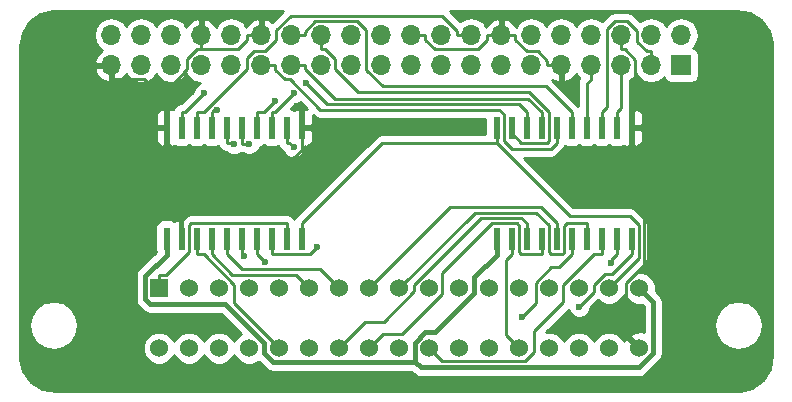
<source format=gbl>
G04 #@! TF.FileFunction,Copper,L2,Bot,Signal*
%FSLAX46Y46*%
G04 Gerber Fmt 4.6, Leading zero omitted, Abs format (unit mm)*
G04 Created by KiCad (PCBNEW 4.0.7) date 03/27/18 21:51:39*
%MOMM*%
%LPD*%
G01*
G04 APERTURE LIST*
%ADD10C,0.100000*%
%ADD11R,1.524000X1.524000*%
%ADD12C,1.524000*%
%ADD13R,0.600000X1.950000*%
%ADD14R,1.700000X1.700000*%
%ADD15O,1.700000X1.700000*%
%ADD16C,0.600000*%
%ADD17C,0.400000*%
%ADD18C,0.250000*%
%ADD19C,0.254000*%
G04 APERTURE END LIST*
D10*
D11*
X133350000Y-111760000D03*
D12*
X133350000Y-116840000D03*
X135890000Y-111760000D03*
X135890000Y-116840000D03*
X138430000Y-111760000D03*
X138430000Y-116840000D03*
X140970000Y-111760000D03*
X140970000Y-116840000D03*
X143510000Y-111760000D03*
X143510000Y-116840000D03*
X146050000Y-111760000D03*
X146050000Y-116840000D03*
X148590000Y-111760000D03*
X148590000Y-116840000D03*
X151130000Y-111760000D03*
X151130000Y-116840000D03*
X153670000Y-111760000D03*
X153670000Y-116840000D03*
X156210000Y-111760000D03*
X156210000Y-116840000D03*
X158750000Y-111760000D03*
X158750000Y-116840000D03*
X161290000Y-111760000D03*
X161290000Y-116840000D03*
X163830000Y-111760000D03*
X163830000Y-116840000D03*
X166370000Y-111760000D03*
X166370000Y-116840000D03*
X168910000Y-111760000D03*
X168910000Y-116840000D03*
X171450000Y-111760000D03*
X171450000Y-116840000D03*
X173990000Y-111760000D03*
X173990000Y-116840000D03*
D13*
X133985000Y-98170000D03*
X135255000Y-98170000D03*
X136525000Y-98170000D03*
X137795000Y-98170000D03*
X139065000Y-98170000D03*
X140335000Y-98170000D03*
X141605000Y-98170000D03*
X142875000Y-98170000D03*
X144145000Y-98170000D03*
X145415000Y-98170000D03*
X145415000Y-107570000D03*
X144145000Y-107570000D03*
X142875000Y-107570000D03*
X141605000Y-107570000D03*
X140335000Y-107570000D03*
X139065000Y-107570000D03*
X137795000Y-107570000D03*
X136525000Y-107570000D03*
X135255000Y-107570000D03*
X133985000Y-107570000D03*
X161925000Y-98170000D03*
X163195000Y-98170000D03*
X164465000Y-98170000D03*
X165735000Y-98170000D03*
X167005000Y-98170000D03*
X168275000Y-98170000D03*
X169545000Y-98170000D03*
X170815000Y-98170000D03*
X172085000Y-98170000D03*
X173355000Y-98170000D03*
X173355000Y-107570000D03*
X172085000Y-107570000D03*
X170815000Y-107570000D03*
X169545000Y-107570000D03*
X168275000Y-107570000D03*
X167005000Y-107570000D03*
X165735000Y-107570000D03*
X164465000Y-107570000D03*
X163195000Y-107570000D03*
X161925000Y-107570000D03*
D14*
X177546000Y-92887800D03*
D15*
X177546000Y-90347800D03*
X175006000Y-92887800D03*
X175006000Y-90347800D03*
X172466000Y-92887800D03*
X172466000Y-90347800D03*
X169926000Y-92887800D03*
X169926000Y-90347800D03*
X167386000Y-92887800D03*
X167386000Y-90347800D03*
X164846000Y-92887800D03*
X164846000Y-90347800D03*
X162306000Y-92887800D03*
X162306000Y-90347800D03*
X159766000Y-92887800D03*
X159766000Y-90347800D03*
X157226000Y-92887800D03*
X157226000Y-90347800D03*
X154686000Y-92887800D03*
X154686000Y-90347800D03*
X152146000Y-92887800D03*
X152146000Y-90347800D03*
X149606000Y-92887800D03*
X149606000Y-90347800D03*
X147066000Y-92887800D03*
X147066000Y-90347800D03*
X144526000Y-92887800D03*
X144526000Y-90347800D03*
X141986000Y-92887800D03*
X141986000Y-90347800D03*
X139446000Y-92887800D03*
X139446000Y-90347800D03*
X136906000Y-92887800D03*
X136906000Y-90347800D03*
X134366000Y-92887800D03*
X134366000Y-90347800D03*
X131826000Y-92887800D03*
X131826000Y-90347800D03*
X129286000Y-92887800D03*
X129286000Y-90347800D03*
D16*
X144736000Y-99830000D03*
X139709600Y-99570200D03*
X143174400Y-95905100D03*
X138245200Y-96677500D03*
X137143700Y-95258700D03*
X140978300Y-99539600D03*
X145766000Y-94396900D03*
X171614400Y-109655300D03*
X168920000Y-113328500D03*
X140576500Y-109056000D03*
X146735800Y-108241700D03*
X164075400Y-114224100D03*
X142284500Y-109549800D03*
X144751400Y-95276000D03*
D17*
X133985000Y-107570000D02*
X133985000Y-108945300D01*
X161925000Y-107570000D02*
X161925000Y-108945300D01*
X132187600Y-110742700D02*
X133985000Y-108945300D01*
X132187600Y-112706300D02*
X132187600Y-110742700D01*
X132604900Y-113123600D02*
X132187600Y-112706300D01*
X138933400Y-113123600D02*
X132604900Y-113123600D01*
X142240000Y-116430200D02*
X138933400Y-113123600D01*
X142240000Y-117250400D02*
X142240000Y-116430200D01*
X142996700Y-118007100D02*
X142240000Y-117250400D01*
X155011500Y-118007100D02*
X142996700Y-118007100D01*
X155011500Y-116382500D02*
X155011500Y-118007100D01*
X155889700Y-115504300D02*
X155011500Y-116382500D01*
X156686600Y-115504300D02*
X155889700Y-115504300D01*
X160020000Y-112170900D02*
X156686600Y-115504300D01*
X160020000Y-110850300D02*
X160020000Y-112170900D01*
X161925000Y-108945300D02*
X160020000Y-110850300D01*
X175195300Y-112965300D02*
X173990000Y-111760000D01*
X175195300Y-117287800D02*
X175195300Y-112965300D01*
X174008100Y-118475000D02*
X175195300Y-117287800D01*
X155479400Y-118475000D02*
X174008100Y-118475000D01*
X155011500Y-118007100D02*
X155479400Y-118475000D01*
D18*
X171290600Y-96394100D02*
X170815000Y-96869700D01*
X171290600Y-89794500D02*
X171290600Y-96394100D01*
X171925600Y-89159500D02*
X171290600Y-89794500D01*
X172995800Y-89159500D02*
X171925600Y-89159500D01*
X173830700Y-89994400D02*
X172995800Y-89159500D01*
X173830700Y-90904600D02*
X173830700Y-89994400D01*
X174638600Y-91712500D02*
X173830700Y-90904600D01*
X175006000Y-91712500D02*
X174638600Y-91712500D01*
X175006000Y-92887800D02*
X175006000Y-91712500D01*
X170815000Y-98170000D02*
X170815000Y-96869700D01*
X172466000Y-96488700D02*
X172085000Y-96869700D01*
X172466000Y-92887800D02*
X172466000Y-96488700D01*
X172085000Y-98170000D02*
X172085000Y-96869700D01*
X174432800Y-100548100D02*
X173355000Y-99470300D01*
X174432800Y-109768700D02*
X174432800Y-100548100D01*
X172874400Y-111327100D02*
X174432800Y-109768700D01*
X172874400Y-115724400D02*
X172874400Y-111327100D01*
X173990000Y-116840000D02*
X172874400Y-115724400D01*
X173355000Y-98170000D02*
X173355000Y-99470300D01*
X166210700Y-92520400D02*
X166210700Y-92887800D01*
X165402800Y-91712500D02*
X166210700Y-92520400D01*
X164478600Y-91712500D02*
X165402800Y-91712500D01*
X163481300Y-90715200D02*
X164478600Y-91712500D01*
X163481300Y-90347800D02*
X163481300Y-90715200D01*
X162306000Y-90347800D02*
X163481300Y-90347800D01*
X167386000Y-92887800D02*
X166210700Y-92887800D01*
X173664000Y-96560700D02*
X173355000Y-96869700D01*
X173664000Y-92418200D02*
X173664000Y-96560700D01*
X172768900Y-91523100D02*
X173664000Y-92418200D01*
X172466000Y-91523100D02*
X172768900Y-91523100D01*
X172466000Y-90347800D02*
X172466000Y-91523100D01*
X173355000Y-98170000D02*
X173355000Y-96869700D01*
X129286000Y-92887800D02*
X129286000Y-94063100D01*
X133985000Y-97519800D02*
X133985000Y-96869700D01*
X161130700Y-90715200D02*
X161130700Y-90347800D01*
X160322800Y-91523100D02*
X161130700Y-90715200D01*
X156669300Y-91523100D02*
X160322800Y-91523100D01*
X155861300Y-90715100D02*
X156669300Y-91523100D01*
X155861300Y-90347800D02*
X155861300Y-90715100D01*
X154686000Y-90347800D02*
X155861300Y-90347800D01*
X162306000Y-90347800D02*
X161130700Y-90347800D01*
X133985000Y-97519800D02*
X133985000Y-98170000D01*
X133985000Y-98170000D02*
X133985000Y-99470300D01*
X145415000Y-98170000D02*
X145415000Y-99470300D01*
X133985000Y-99470300D02*
X135255000Y-100740300D01*
X135255000Y-100740300D02*
X135255000Y-107570000D01*
X145415000Y-100035400D02*
X145415000Y-99470300D01*
X144710100Y-100740300D02*
X145415000Y-100035400D01*
X135255000Y-100740300D02*
X144710100Y-100740300D01*
X136906000Y-90347800D02*
X136906000Y-91523100D01*
X133473000Y-96357700D02*
X133985000Y-96869700D01*
X133473000Y-95466400D02*
X133473000Y-96357700D01*
X132069700Y-94063100D02*
X133473000Y-95466400D01*
X129286000Y-94063100D02*
X132069700Y-94063100D01*
X136538600Y-91523100D02*
X136906000Y-91523100D01*
X135730700Y-92331000D02*
X136538600Y-91523100D01*
X135730700Y-93208700D02*
X135730700Y-92331000D01*
X133473000Y-95466400D02*
X135730700Y-93208700D01*
X140810700Y-90715200D02*
X140810700Y-90347800D01*
X140002800Y-91523100D02*
X140810700Y-90715200D01*
X136906000Y-91523100D02*
X140002800Y-91523100D01*
X141986000Y-90347800D02*
X140810700Y-90347800D01*
X169545000Y-94444100D02*
X169545000Y-98170000D01*
X169926000Y-94063100D02*
X169545000Y-94444100D01*
X169926000Y-92887800D02*
X169926000Y-94063100D01*
X144376300Y-99470300D02*
X144145000Y-99470300D01*
X144736000Y-99830000D02*
X144376300Y-99470300D01*
X144145000Y-98170000D02*
X144145000Y-99470300D01*
X139609700Y-99470300D02*
X139709600Y-99570200D01*
X139065000Y-99470300D02*
X139609700Y-99470300D01*
X139065000Y-98170000D02*
X139065000Y-99470300D01*
X142209800Y-96869700D02*
X143174400Y-95905100D01*
X141605000Y-96869700D02*
X142209800Y-96869700D01*
X141605000Y-98170000D02*
X141605000Y-96869700D01*
X137795000Y-98170000D02*
X137795000Y-96869700D01*
X137987200Y-96677500D02*
X138245200Y-96677500D01*
X137795000Y-96869700D02*
X137987200Y-96677500D01*
X137137200Y-96869700D02*
X136525000Y-96869700D01*
X140801700Y-93205200D02*
X137137200Y-96869700D01*
X140801700Y-92312500D02*
X140801700Y-93205200D01*
X141401800Y-91712400D02*
X140801700Y-92312500D01*
X142283700Y-91712400D02*
X141401800Y-91712400D01*
X143256000Y-90740100D02*
X142283700Y-91712400D01*
X143256000Y-89942300D02*
X143256000Y-90740100D01*
X144493700Y-88704600D02*
X143256000Y-89942300D01*
X157314800Y-88704600D02*
X144493700Y-88704600D01*
X158590700Y-89980500D02*
X157314800Y-88704600D01*
X158590700Y-90347800D02*
X158590700Y-89980500D01*
X159766000Y-90347800D02*
X158590700Y-90347800D01*
X136525000Y-98170000D02*
X136525000Y-96869700D01*
X135532700Y-96869700D02*
X137143700Y-95258700D01*
X135255000Y-96869700D02*
X135532700Y-96869700D01*
X135255000Y-98170000D02*
X135255000Y-96869700D01*
X140335000Y-98170000D02*
X140335000Y-99470300D01*
X140404300Y-99539600D02*
X140978300Y-99539600D01*
X140335000Y-99470300D02*
X140404300Y-99539600D01*
X163195000Y-98661800D02*
X163195000Y-98170000D01*
X164003500Y-99470300D02*
X163195000Y-98661800D01*
X166169900Y-99470300D02*
X164003500Y-99470300D01*
X166360400Y-99279800D02*
X166169900Y-99470300D01*
X166360400Y-96811100D02*
X166360400Y-99279800D01*
X164680600Y-95131300D02*
X166360400Y-96811100D01*
X150184800Y-95131300D02*
X164680600Y-95131300D01*
X148241300Y-93187800D02*
X150184800Y-95131300D01*
X148241300Y-92331000D02*
X148241300Y-93187800D01*
X147433400Y-91523100D02*
X148241300Y-92331000D01*
X147066000Y-91523100D02*
X147433400Y-91523100D01*
X147066000Y-90347800D02*
X147066000Y-91523100D01*
X144526000Y-92887800D02*
X145701300Y-92887800D01*
X165735000Y-98170000D02*
X165735000Y-96869700D01*
X145701300Y-93209300D02*
X145701300Y-92887800D01*
X148235900Y-95743900D02*
X145701300Y-93209300D01*
X164609200Y-95743900D02*
X148235900Y-95743900D01*
X165735000Y-96869700D02*
X164609200Y-95743900D01*
X166086200Y-94680900D02*
X168275000Y-96869700D01*
X152270800Y-94680900D02*
X166086200Y-94680900D01*
X150876000Y-93286100D02*
X152270800Y-94680900D01*
X150876000Y-89918700D02*
X150876000Y-93286100D01*
X150112200Y-89154900D02*
X150876000Y-89918700D01*
X146583400Y-89154900D02*
X150112200Y-89154900D01*
X145701300Y-90037000D02*
X146583400Y-89154900D01*
X145701300Y-90347800D02*
X145701300Y-90037000D01*
X144526000Y-90347800D02*
X145701300Y-90347800D01*
X168275000Y-98170000D02*
X168275000Y-96869700D01*
X166514100Y-99961200D02*
X167005000Y-99470300D01*
X163229900Y-99961200D02*
X166514100Y-99961200D01*
X162550400Y-99281700D02*
X163229900Y-99961200D01*
X162550400Y-97050900D02*
X162550400Y-99281700D01*
X162144100Y-96644600D02*
X162550400Y-97050900D01*
X147004400Y-96644600D02*
X162144100Y-96644600D01*
X144422900Y-94063100D02*
X147004400Y-96644600D01*
X143969200Y-94063100D02*
X144422900Y-94063100D01*
X143161300Y-93255200D02*
X143969200Y-94063100D01*
X143161300Y-92887800D02*
X143161300Y-93255200D01*
X141986000Y-92887800D02*
X143161300Y-92887800D01*
X167005000Y-98170000D02*
X167005000Y-99470300D01*
X164465000Y-98170000D02*
X164465000Y-96869700D01*
X147563300Y-96194200D02*
X145766000Y-94396900D01*
X163789500Y-96194200D02*
X147563300Y-96194200D01*
X164465000Y-96869700D02*
X163789500Y-96194200D01*
X137795000Y-107570000D02*
X137795000Y-108870300D01*
X144915400Y-110625400D02*
X146050000Y-111760000D01*
X139550100Y-110625400D02*
X144915400Y-110625400D01*
X137795000Y-108870300D02*
X139550100Y-110625400D01*
X139065000Y-107570000D02*
X139065000Y-108870300D01*
X147005100Y-110175100D02*
X148590000Y-111760000D01*
X140369800Y-110175100D02*
X147005100Y-110175100D01*
X139065000Y-108870300D02*
X140369800Y-110175100D01*
X167005000Y-107570000D02*
X167005000Y-106269700D01*
X157971200Y-104918800D02*
X151130000Y-111760000D01*
X165654100Y-104918800D02*
X157971200Y-104918800D01*
X167005000Y-106269700D02*
X165654100Y-104918800D01*
X169545000Y-107570000D02*
X169545000Y-106269700D01*
X160060900Y-105369100D02*
X153670000Y-111760000D01*
X165296100Y-105369100D02*
X160060900Y-105369100D01*
X166368000Y-106441000D02*
X165296100Y-105369100D01*
X166368000Y-108717700D02*
X166368000Y-106441000D01*
X166520700Y-108870400D02*
X166368000Y-108717700D01*
X167508900Y-108870400D02*
X166520700Y-108870400D01*
X167638000Y-108741300D02*
X167508900Y-108870400D01*
X167638000Y-106471900D02*
X167638000Y-108741300D01*
X167840200Y-106269700D02*
X167638000Y-106471900D01*
X169545000Y-106269700D02*
X167840200Y-106269700D01*
X171614400Y-109340900D02*
X171614400Y-109655300D01*
X172085000Y-108870300D02*
X171614400Y-109340900D01*
X172085000Y-107570000D02*
X172085000Y-108870300D01*
X173355000Y-107570000D02*
X173355000Y-108870300D01*
X170180000Y-112068500D02*
X168920000Y-113328500D01*
X170180000Y-111462600D02*
X170180000Y-112068500D01*
X171100500Y-110542100D02*
X170180000Y-111462600D01*
X171683200Y-110542100D02*
X171100500Y-110542100D01*
X173355000Y-108870300D02*
X171683200Y-110542100D01*
X140390800Y-108870300D02*
X140576500Y-109056000D01*
X140335000Y-108870300D02*
X140390800Y-108870300D01*
X140335000Y-107570000D02*
X140335000Y-108870300D01*
X146107200Y-108870300D02*
X146735800Y-108241700D01*
X142875000Y-108870300D02*
X146107200Y-108870300D01*
X142875000Y-107570000D02*
X142875000Y-108870300D01*
X152214400Y-99470300D02*
X145415000Y-106269700D01*
X161925000Y-99470300D02*
X152214400Y-99470300D01*
X145415000Y-107570000D02*
X145415000Y-106269700D01*
X161925000Y-98170000D02*
X161925000Y-99357700D01*
X161925000Y-99357700D02*
X161925000Y-99470300D01*
X173980400Y-109229600D02*
X171450000Y-111760000D01*
X173980400Y-106410800D02*
X173980400Y-109229600D01*
X173212500Y-105642900D02*
X173980400Y-106410800D01*
X168097600Y-105642900D02*
X173212500Y-105642900D01*
X161925000Y-99470300D02*
X168097600Y-105642900D01*
X164465000Y-107570000D02*
X164465000Y-106269700D01*
X150792800Y-114637200D02*
X148590000Y-116840000D01*
X152346200Y-114637200D02*
X150792800Y-114637200D01*
X154940000Y-112043400D02*
X152346200Y-114637200D01*
X154940000Y-111460000D02*
X154940000Y-112043400D01*
X160580600Y-105819400D02*
X154940000Y-111460000D01*
X164014700Y-105819400D02*
X160580600Y-105819400D01*
X164465000Y-106269700D02*
X164014700Y-105819400D01*
X152343500Y-115626500D02*
X151130000Y-116840000D01*
X153938700Y-115626500D02*
X152343500Y-115626500D01*
X157297400Y-112267800D02*
X153938700Y-115626500D01*
X157297400Y-110462300D02*
X157297400Y-112267800D01*
X161490000Y-106269700D02*
X157297400Y-110462300D01*
X163649100Y-106269700D02*
X161490000Y-106269700D01*
X163839600Y-106460200D02*
X163649100Y-106269700D01*
X163839600Y-108737700D02*
X163839600Y-106460200D01*
X163972200Y-108870300D02*
X163839600Y-108737700D01*
X165735000Y-108870300D02*
X163972200Y-108870300D01*
X165735000Y-107570000D02*
X165735000Y-108870300D01*
X168275000Y-107570000D02*
X168275000Y-108870300D01*
X167169200Y-109976100D02*
X168275000Y-108870300D01*
X166567200Y-109976100D02*
X167169200Y-109976100D01*
X165237700Y-111305600D02*
X166567200Y-109976100D01*
X165237700Y-113061800D02*
X165237700Y-111305600D01*
X164075400Y-114224100D02*
X165237700Y-113061800D01*
X170815000Y-107570000D02*
X170815000Y-108870300D01*
X157306800Y-117936800D02*
X156210000Y-116840000D01*
X164319800Y-117936800D02*
X157306800Y-117936800D01*
X165100000Y-117156600D02*
X164319800Y-117936800D01*
X165100000Y-115412600D02*
X165100000Y-117156600D01*
X167558800Y-112953800D02*
X165100000Y-115412600D01*
X167558800Y-111501200D02*
X167558800Y-112953800D01*
X170189700Y-108870300D02*
X167558800Y-111501200D01*
X170815000Y-108870300D02*
X170189700Y-108870300D01*
X162719400Y-115729400D02*
X163830000Y-116840000D01*
X162719400Y-109345900D02*
X162719400Y-115729400D01*
X163195000Y-108870300D02*
X162719400Y-109345900D01*
X163195000Y-107570000D02*
X163195000Y-108870300D01*
X141605000Y-107570000D02*
X141605000Y-108870300D01*
X142284500Y-109549800D02*
X141605000Y-108870300D01*
X142875000Y-98170000D02*
X142875000Y-96869700D01*
X143157700Y-96869700D02*
X144751400Y-95276000D01*
X142875000Y-96869700D02*
X143157700Y-96869700D01*
X133893600Y-110672700D02*
X133350000Y-110672700D01*
X135899600Y-108666700D02*
X133893600Y-110672700D01*
X135899600Y-106418100D02*
X135899600Y-108666700D01*
X136048000Y-106269700D02*
X135899600Y-106418100D01*
X144145000Y-106269700D02*
X136048000Y-106269700D01*
X144145000Y-107570000D02*
X144145000Y-106269700D01*
X133350000Y-111760000D02*
X133350000Y-110672700D01*
X136525000Y-107570000D02*
X136525000Y-108870300D01*
X139700000Y-113030000D02*
X143510000Y-116840000D01*
X139700000Y-111461100D02*
X139700000Y-113030000D01*
X137109200Y-108870300D02*
X139700000Y-111461100D01*
X136525000Y-108870300D02*
X137109200Y-108870300D01*
D19*
G36*
X142906962Y-89216536D02*
X142752924Y-89076155D01*
X142342890Y-88906324D01*
X142113000Y-89027645D01*
X142113000Y-90220800D01*
X142133000Y-90220800D01*
X142133000Y-90474800D01*
X142113000Y-90474800D01*
X142113000Y-90494800D01*
X141859000Y-90494800D01*
X141859000Y-90474800D01*
X141839000Y-90474800D01*
X141839000Y-90220800D01*
X141859000Y-90220800D01*
X141859000Y-89027645D01*
X141629110Y-88906324D01*
X141219076Y-89076155D01*
X140790817Y-89466442D01*
X140723702Y-89609353D01*
X140496054Y-89268653D01*
X140014285Y-88946746D01*
X139446000Y-88833707D01*
X138877715Y-88946746D01*
X138395946Y-89268653D01*
X138168298Y-89609353D01*
X138101183Y-89466442D01*
X137672924Y-89076155D01*
X137262890Y-88906324D01*
X137033000Y-89027645D01*
X137033000Y-90220800D01*
X137053000Y-90220800D01*
X137053000Y-90474800D01*
X137033000Y-90474800D01*
X137033000Y-90494800D01*
X136779000Y-90494800D01*
X136779000Y-90474800D01*
X136759000Y-90474800D01*
X136759000Y-90220800D01*
X136779000Y-90220800D01*
X136779000Y-89027645D01*
X136549110Y-88906324D01*
X136139076Y-89076155D01*
X135710817Y-89466442D01*
X135643702Y-89609353D01*
X135416054Y-89268653D01*
X134934285Y-88946746D01*
X134366000Y-88833707D01*
X133797715Y-88946746D01*
X133315946Y-89268653D01*
X133096000Y-89597826D01*
X132876054Y-89268653D01*
X132394285Y-88946746D01*
X131826000Y-88833707D01*
X131257715Y-88946746D01*
X130775946Y-89268653D01*
X130556000Y-89597826D01*
X130336054Y-89268653D01*
X129854285Y-88946746D01*
X129286000Y-88833707D01*
X128717715Y-88946746D01*
X128235946Y-89268653D01*
X127914039Y-89750422D01*
X127801000Y-90318707D01*
X127801000Y-90376893D01*
X127914039Y-90945178D01*
X128235946Y-91426947D01*
X128519101Y-91616145D01*
X128519076Y-91616155D01*
X128090817Y-92006442D01*
X127844514Y-92530908D01*
X127965181Y-92760800D01*
X129159000Y-92760800D01*
X129159000Y-92740800D01*
X129413000Y-92740800D01*
X129413000Y-92760800D01*
X129433000Y-92760800D01*
X129433000Y-93014800D01*
X129413000Y-93014800D01*
X129413000Y-94207955D01*
X129642890Y-94329276D01*
X130052924Y-94159445D01*
X130481183Y-93769158D01*
X130548298Y-93626247D01*
X130775946Y-93966947D01*
X131257715Y-94288854D01*
X131826000Y-94401893D01*
X132394285Y-94288854D01*
X132876054Y-93966947D01*
X133096000Y-93637774D01*
X133315946Y-93966947D01*
X133797715Y-94288854D01*
X134366000Y-94401893D01*
X134934285Y-94288854D01*
X135416054Y-93966947D01*
X135636000Y-93637774D01*
X135855946Y-93966947D01*
X136337715Y-94288854D01*
X136813452Y-94383484D01*
X136614757Y-94465583D01*
X136351508Y-94728373D01*
X136208862Y-95071901D01*
X136208821Y-95118777D01*
X135208685Y-96118913D01*
X134964161Y-96167552D01*
X134717599Y-96332299D01*
X134552852Y-96578861D01*
X134545544Y-96615602D01*
X134411310Y-96560000D01*
X134270750Y-96560000D01*
X134112000Y-96718750D01*
X134112000Y-98043000D01*
X134132000Y-98043000D01*
X134132000Y-98297000D01*
X134112000Y-98297000D01*
X134112000Y-99621250D01*
X134270750Y-99780000D01*
X134411310Y-99780000D01*
X134628122Y-99690194D01*
X134703110Y-99741431D01*
X134955000Y-99792440D01*
X135555000Y-99792440D01*
X135790317Y-99748162D01*
X135889528Y-99684322D01*
X135973110Y-99741431D01*
X136225000Y-99792440D01*
X136825000Y-99792440D01*
X137060317Y-99748162D01*
X137159528Y-99684322D01*
X137243110Y-99741431D01*
X137495000Y-99792440D01*
X138095000Y-99792440D01*
X138330317Y-99748162D01*
X138356872Y-99731074D01*
X138362852Y-99761139D01*
X138527599Y-100007701D01*
X138774161Y-100172448D01*
X139043053Y-100225935D01*
X139179273Y-100362392D01*
X139522801Y-100505038D01*
X139894767Y-100505362D01*
X140238543Y-100363317D01*
X140319307Y-100282694D01*
X140404300Y-100299600D01*
X140415837Y-100299600D01*
X140447973Y-100331792D01*
X140791501Y-100474438D01*
X141163467Y-100474762D01*
X141507243Y-100332717D01*
X141770492Y-100069927D01*
X141885715Y-99792440D01*
X141905000Y-99792440D01*
X142140317Y-99748162D01*
X142239528Y-99684322D01*
X142323110Y-99741431D01*
X142575000Y-99792440D01*
X143175000Y-99792440D01*
X143410317Y-99748162D01*
X143436872Y-99731074D01*
X143442852Y-99761139D01*
X143607599Y-100007701D01*
X143854161Y-100172448D01*
X143866870Y-100174976D01*
X143942883Y-100358943D01*
X144205673Y-100622192D01*
X144549201Y-100764838D01*
X144921167Y-100765162D01*
X145264943Y-100623117D01*
X145528192Y-100360327D01*
X145670838Y-100016799D01*
X145671070Y-99750320D01*
X145700750Y-99780000D01*
X145841310Y-99780000D01*
X146074699Y-99683327D01*
X146253327Y-99504698D01*
X146350000Y-99271309D01*
X146350000Y-98455750D01*
X146191250Y-98297000D01*
X145542000Y-98297000D01*
X145542000Y-98317000D01*
X145288000Y-98317000D01*
X145288000Y-98297000D01*
X145268000Y-98297000D01*
X145268000Y-98043000D01*
X145288000Y-98043000D01*
X145288000Y-96718750D01*
X145129250Y-96560000D01*
X144988690Y-96560000D01*
X144771878Y-96649806D01*
X144696890Y-96598569D01*
X144536178Y-96566024D01*
X144891080Y-96211122D01*
X144936567Y-96211162D01*
X145280343Y-96069117D01*
X145317261Y-96032263D01*
X145847606Y-96562608D01*
X145841310Y-96560000D01*
X145700750Y-96560000D01*
X145542000Y-96718750D01*
X145542000Y-98043000D01*
X146191250Y-98043000D01*
X146350000Y-97884250D01*
X146350000Y-97068691D01*
X146347391Y-97062393D01*
X146466999Y-97182001D01*
X146713560Y-97346748D01*
X147004400Y-97404600D01*
X160977560Y-97404600D01*
X160977560Y-98710300D01*
X152214400Y-98710300D01*
X151923561Y-98768152D01*
X151676999Y-98932899D01*
X144877599Y-105732299D01*
X144780000Y-105878367D01*
X144682401Y-105732299D01*
X144435839Y-105567552D01*
X144145000Y-105509700D01*
X136048000Y-105509700D01*
X135757160Y-105567552D01*
X135510599Y-105732299D01*
X135362199Y-105880699D01*
X135197452Y-106127261D01*
X135139600Y-106418100D01*
X135139600Y-107717000D01*
X135128000Y-107717000D01*
X135128000Y-107697000D01*
X135108000Y-107697000D01*
X135108000Y-107443000D01*
X135128000Y-107443000D01*
X135128000Y-106118750D01*
X134969250Y-105960000D01*
X134828690Y-105960000D01*
X134611878Y-106049806D01*
X134536890Y-105998569D01*
X134285000Y-105947560D01*
X133685000Y-105947560D01*
X133449683Y-105991838D01*
X133233559Y-106130910D01*
X133088569Y-106343110D01*
X133037560Y-106595000D01*
X133037560Y-108545000D01*
X133063987Y-108685445D01*
X131597166Y-110152266D01*
X131416161Y-110423159D01*
X131352600Y-110742700D01*
X131352600Y-112706300D01*
X131416161Y-113025841D01*
X131512111Y-113169440D01*
X131597166Y-113296734D01*
X132014466Y-113714034D01*
X132285359Y-113895039D01*
X132604900Y-113958600D01*
X138587532Y-113958600D01*
X140253449Y-115624517D01*
X140179697Y-115654990D01*
X139786371Y-116047630D01*
X139700051Y-116255512D01*
X139615010Y-116049697D01*
X139222370Y-115656371D01*
X138709100Y-115443243D01*
X138153339Y-115442758D01*
X137639697Y-115654990D01*
X137246371Y-116047630D01*
X137160051Y-116255512D01*
X137075010Y-116049697D01*
X136682370Y-115656371D01*
X136169100Y-115443243D01*
X135613339Y-115442758D01*
X135099697Y-115654990D01*
X134706371Y-116047630D01*
X134620051Y-116255512D01*
X134535010Y-116049697D01*
X134142370Y-115656371D01*
X133629100Y-115443243D01*
X133073339Y-115442758D01*
X132559697Y-115654990D01*
X132166371Y-116047630D01*
X131953243Y-116560900D01*
X131952758Y-117116661D01*
X132164990Y-117630303D01*
X132557630Y-118023629D01*
X133070900Y-118236757D01*
X133626661Y-118237242D01*
X134140303Y-118025010D01*
X134533629Y-117632370D01*
X134619949Y-117424488D01*
X134704990Y-117630303D01*
X135097630Y-118023629D01*
X135610900Y-118236757D01*
X136166661Y-118237242D01*
X136680303Y-118025010D01*
X137073629Y-117632370D01*
X137159949Y-117424488D01*
X137244990Y-117630303D01*
X137637630Y-118023629D01*
X138150900Y-118236757D01*
X138706661Y-118237242D01*
X139220303Y-118025010D01*
X139613629Y-117632370D01*
X139699949Y-117424488D01*
X139784990Y-117630303D01*
X140177630Y-118023629D01*
X140690900Y-118236757D01*
X141246661Y-118237242D01*
X141760303Y-118025010D01*
X141797055Y-117988323D01*
X142406266Y-118597534D01*
X142677159Y-118778539D01*
X142996700Y-118842100D01*
X154665632Y-118842100D01*
X154888966Y-119065434D01*
X155159860Y-119246440D01*
X155479400Y-119310000D01*
X174008100Y-119310000D01*
X174327641Y-119246439D01*
X174598534Y-119065434D01*
X175785734Y-117878234D01*
X175855177Y-117774305D01*
X175966739Y-117607341D01*
X176030300Y-117287800D01*
X176030300Y-114909600D01*
X180301528Y-114909600D01*
X180461067Y-115711655D01*
X180915395Y-116391605D01*
X181595345Y-116845933D01*
X182397400Y-117005472D01*
X183199455Y-116845933D01*
X183879405Y-116391605D01*
X184333733Y-115711655D01*
X184493272Y-114909600D01*
X184333733Y-114107545D01*
X183879405Y-113427595D01*
X183199455Y-112973267D01*
X182397400Y-112813728D01*
X181595345Y-112973267D01*
X180915395Y-113427595D01*
X180461067Y-114107545D01*
X180301528Y-114909600D01*
X176030300Y-114909600D01*
X176030300Y-112965300D01*
X175966740Y-112645760D01*
X175785734Y-112374866D01*
X175386812Y-111975944D01*
X175387242Y-111483339D01*
X175175010Y-110969697D01*
X174782370Y-110576371D01*
X174269100Y-110363243D01*
X173921862Y-110362940D01*
X174517801Y-109767001D01*
X174682548Y-109520439D01*
X174740400Y-109229600D01*
X174740400Y-106410800D01*
X174682548Y-106119961D01*
X174517801Y-105873399D01*
X173749901Y-105105499D01*
X173503339Y-104940752D01*
X173212500Y-104882900D01*
X168412402Y-104882900D01*
X164250702Y-100721200D01*
X166514100Y-100721200D01*
X166804939Y-100663348D01*
X167051501Y-100498601D01*
X167542401Y-100007701D01*
X167707148Y-99761140D01*
X167712509Y-99734188D01*
X167723110Y-99741431D01*
X167975000Y-99792440D01*
X168575000Y-99792440D01*
X168810317Y-99748162D01*
X168909528Y-99684322D01*
X168993110Y-99741431D01*
X169245000Y-99792440D01*
X169845000Y-99792440D01*
X170080317Y-99748162D01*
X170179528Y-99684322D01*
X170263110Y-99741431D01*
X170515000Y-99792440D01*
X171115000Y-99792440D01*
X171350317Y-99748162D01*
X171449528Y-99684322D01*
X171533110Y-99741431D01*
X171785000Y-99792440D01*
X172385000Y-99792440D01*
X172620317Y-99748162D01*
X172710980Y-99689822D01*
X172928690Y-99780000D01*
X173069250Y-99780000D01*
X173228000Y-99621250D01*
X173228000Y-98297000D01*
X173482000Y-98297000D01*
X173482000Y-99621250D01*
X173640750Y-99780000D01*
X173781310Y-99780000D01*
X174014699Y-99683327D01*
X174193327Y-99504698D01*
X174290000Y-99271309D01*
X174290000Y-98455750D01*
X174131250Y-98297000D01*
X173482000Y-98297000D01*
X173228000Y-98297000D01*
X173208000Y-98297000D01*
X173208000Y-98043000D01*
X173228000Y-98043000D01*
X173228000Y-96718750D01*
X173482000Y-96718750D01*
X173482000Y-98043000D01*
X174131250Y-98043000D01*
X174290000Y-97884250D01*
X174290000Y-97068691D01*
X174193327Y-96835302D01*
X174014699Y-96656673D01*
X173781310Y-96560000D01*
X173640750Y-96560000D01*
X173482000Y-96718750D01*
X173228000Y-96718750D01*
X173188164Y-96678914D01*
X173226000Y-96488700D01*
X173226000Y-94160754D01*
X173516054Y-93966947D01*
X173736000Y-93637774D01*
X173955946Y-93966947D01*
X174437715Y-94288854D01*
X175006000Y-94401893D01*
X175574285Y-94288854D01*
X176056054Y-93966947D01*
X176083850Y-93925348D01*
X176092838Y-93973117D01*
X176231910Y-94189241D01*
X176444110Y-94334231D01*
X176696000Y-94385240D01*
X178396000Y-94385240D01*
X178631317Y-94340962D01*
X178847441Y-94201890D01*
X178992431Y-93989690D01*
X179043440Y-93737800D01*
X179043440Y-92037800D01*
X178999162Y-91802483D01*
X178860090Y-91586359D01*
X178647890Y-91441369D01*
X178591546Y-91429959D01*
X178596054Y-91426947D01*
X178917961Y-90945178D01*
X179031000Y-90376893D01*
X179031000Y-90318707D01*
X178917961Y-89750422D01*
X178596054Y-89268653D01*
X178114285Y-88946746D01*
X177546000Y-88833707D01*
X176977715Y-88946746D01*
X176495946Y-89268653D01*
X176276000Y-89597826D01*
X176056054Y-89268653D01*
X175574285Y-88946746D01*
X175006000Y-88833707D01*
X174437715Y-88946746D01*
X174090110Y-89179008D01*
X173533201Y-88622099D01*
X173286639Y-88457352D01*
X172995800Y-88399500D01*
X171925600Y-88399500D01*
X171634761Y-88457352D01*
X171388199Y-88622099D01*
X170835536Y-89174762D01*
X170494285Y-88946746D01*
X169926000Y-88833707D01*
X169357715Y-88946746D01*
X168875946Y-89268653D01*
X168656000Y-89597826D01*
X168436054Y-89268653D01*
X167954285Y-88946746D01*
X167386000Y-88833707D01*
X166817715Y-88946746D01*
X166335946Y-89268653D01*
X166116000Y-89597826D01*
X165896054Y-89268653D01*
X165414285Y-88946746D01*
X164846000Y-88833707D01*
X164277715Y-88946746D01*
X163795946Y-89268653D01*
X163568298Y-89609353D01*
X163501183Y-89466442D01*
X163072924Y-89076155D01*
X162662890Y-88906324D01*
X162433000Y-89027645D01*
X162433000Y-90220800D01*
X162453000Y-90220800D01*
X162453000Y-90474800D01*
X162433000Y-90474800D01*
X162433000Y-90494800D01*
X162179000Y-90494800D01*
X162179000Y-90474800D01*
X162159000Y-90474800D01*
X162159000Y-90220800D01*
X162179000Y-90220800D01*
X162179000Y-89027645D01*
X161949110Y-88906324D01*
X161539076Y-89076155D01*
X161110817Y-89466442D01*
X161043702Y-89609353D01*
X160816054Y-89268653D01*
X160334285Y-88946746D01*
X159766000Y-88833707D01*
X159197715Y-88946746D01*
X158858442Y-89173440D01*
X157974202Y-88289200D01*
X182225993Y-88289200D01*
X183395835Y-88478616D01*
X184332571Y-89057093D01*
X184978153Y-89952124D01*
X185241252Y-91030782D01*
X185241252Y-117463290D01*
X185054726Y-118615283D01*
X184476247Y-119552020D01*
X183581218Y-120197601D01*
X182492147Y-120463240D01*
X124616559Y-120463240D01*
X123446717Y-120273824D01*
X122509980Y-119695345D01*
X121864399Y-118800316D01*
X121601300Y-117721658D01*
X121601300Y-114909600D01*
X122311756Y-114909600D01*
X122471295Y-115711655D01*
X122925623Y-116391605D01*
X123605573Y-116845933D01*
X124407628Y-117005472D01*
X125209683Y-116845933D01*
X125889633Y-116391605D01*
X126343961Y-115711655D01*
X126503500Y-114909600D01*
X126343961Y-114107545D01*
X125889633Y-113427595D01*
X125209683Y-112973267D01*
X124407628Y-112813728D01*
X123605573Y-112973267D01*
X122925623Y-113427595D01*
X122471295Y-114107545D01*
X122311756Y-114909600D01*
X121601300Y-114909600D01*
X121601300Y-98455750D01*
X133050000Y-98455750D01*
X133050000Y-99271309D01*
X133146673Y-99504698D01*
X133325301Y-99683327D01*
X133558690Y-99780000D01*
X133699250Y-99780000D01*
X133858000Y-99621250D01*
X133858000Y-98297000D01*
X133208750Y-98297000D01*
X133050000Y-98455750D01*
X121601300Y-98455750D01*
X121601300Y-97068691D01*
X133050000Y-97068691D01*
X133050000Y-97884250D01*
X133208750Y-98043000D01*
X133858000Y-98043000D01*
X133858000Y-96718750D01*
X133699250Y-96560000D01*
X133558690Y-96560000D01*
X133325301Y-96656673D01*
X133146673Y-96835302D01*
X133050000Y-97068691D01*
X121601300Y-97068691D01*
X121601300Y-93244692D01*
X127844514Y-93244692D01*
X128090817Y-93769158D01*
X128519076Y-94159445D01*
X128929110Y-94329276D01*
X129159000Y-94207955D01*
X129159000Y-93014800D01*
X127965181Y-93014800D01*
X127844514Y-93244692D01*
X121601300Y-93244692D01*
X121601300Y-91299876D01*
X121789974Y-90134617D01*
X122368451Y-89197881D01*
X123263482Y-88552299D01*
X124342140Y-88289200D01*
X143834298Y-88289200D01*
X142906962Y-89216536D01*
X142906962Y-89216536D01*
G37*
X142906962Y-89216536D02*
X142752924Y-89076155D01*
X142342890Y-88906324D01*
X142113000Y-89027645D01*
X142113000Y-90220800D01*
X142133000Y-90220800D01*
X142133000Y-90474800D01*
X142113000Y-90474800D01*
X142113000Y-90494800D01*
X141859000Y-90494800D01*
X141859000Y-90474800D01*
X141839000Y-90474800D01*
X141839000Y-90220800D01*
X141859000Y-90220800D01*
X141859000Y-89027645D01*
X141629110Y-88906324D01*
X141219076Y-89076155D01*
X140790817Y-89466442D01*
X140723702Y-89609353D01*
X140496054Y-89268653D01*
X140014285Y-88946746D01*
X139446000Y-88833707D01*
X138877715Y-88946746D01*
X138395946Y-89268653D01*
X138168298Y-89609353D01*
X138101183Y-89466442D01*
X137672924Y-89076155D01*
X137262890Y-88906324D01*
X137033000Y-89027645D01*
X137033000Y-90220800D01*
X137053000Y-90220800D01*
X137053000Y-90474800D01*
X137033000Y-90474800D01*
X137033000Y-90494800D01*
X136779000Y-90494800D01*
X136779000Y-90474800D01*
X136759000Y-90474800D01*
X136759000Y-90220800D01*
X136779000Y-90220800D01*
X136779000Y-89027645D01*
X136549110Y-88906324D01*
X136139076Y-89076155D01*
X135710817Y-89466442D01*
X135643702Y-89609353D01*
X135416054Y-89268653D01*
X134934285Y-88946746D01*
X134366000Y-88833707D01*
X133797715Y-88946746D01*
X133315946Y-89268653D01*
X133096000Y-89597826D01*
X132876054Y-89268653D01*
X132394285Y-88946746D01*
X131826000Y-88833707D01*
X131257715Y-88946746D01*
X130775946Y-89268653D01*
X130556000Y-89597826D01*
X130336054Y-89268653D01*
X129854285Y-88946746D01*
X129286000Y-88833707D01*
X128717715Y-88946746D01*
X128235946Y-89268653D01*
X127914039Y-89750422D01*
X127801000Y-90318707D01*
X127801000Y-90376893D01*
X127914039Y-90945178D01*
X128235946Y-91426947D01*
X128519101Y-91616145D01*
X128519076Y-91616155D01*
X128090817Y-92006442D01*
X127844514Y-92530908D01*
X127965181Y-92760800D01*
X129159000Y-92760800D01*
X129159000Y-92740800D01*
X129413000Y-92740800D01*
X129413000Y-92760800D01*
X129433000Y-92760800D01*
X129433000Y-93014800D01*
X129413000Y-93014800D01*
X129413000Y-94207955D01*
X129642890Y-94329276D01*
X130052924Y-94159445D01*
X130481183Y-93769158D01*
X130548298Y-93626247D01*
X130775946Y-93966947D01*
X131257715Y-94288854D01*
X131826000Y-94401893D01*
X132394285Y-94288854D01*
X132876054Y-93966947D01*
X133096000Y-93637774D01*
X133315946Y-93966947D01*
X133797715Y-94288854D01*
X134366000Y-94401893D01*
X134934285Y-94288854D01*
X135416054Y-93966947D01*
X135636000Y-93637774D01*
X135855946Y-93966947D01*
X136337715Y-94288854D01*
X136813452Y-94383484D01*
X136614757Y-94465583D01*
X136351508Y-94728373D01*
X136208862Y-95071901D01*
X136208821Y-95118777D01*
X135208685Y-96118913D01*
X134964161Y-96167552D01*
X134717599Y-96332299D01*
X134552852Y-96578861D01*
X134545544Y-96615602D01*
X134411310Y-96560000D01*
X134270750Y-96560000D01*
X134112000Y-96718750D01*
X134112000Y-98043000D01*
X134132000Y-98043000D01*
X134132000Y-98297000D01*
X134112000Y-98297000D01*
X134112000Y-99621250D01*
X134270750Y-99780000D01*
X134411310Y-99780000D01*
X134628122Y-99690194D01*
X134703110Y-99741431D01*
X134955000Y-99792440D01*
X135555000Y-99792440D01*
X135790317Y-99748162D01*
X135889528Y-99684322D01*
X135973110Y-99741431D01*
X136225000Y-99792440D01*
X136825000Y-99792440D01*
X137060317Y-99748162D01*
X137159528Y-99684322D01*
X137243110Y-99741431D01*
X137495000Y-99792440D01*
X138095000Y-99792440D01*
X138330317Y-99748162D01*
X138356872Y-99731074D01*
X138362852Y-99761139D01*
X138527599Y-100007701D01*
X138774161Y-100172448D01*
X139043053Y-100225935D01*
X139179273Y-100362392D01*
X139522801Y-100505038D01*
X139894767Y-100505362D01*
X140238543Y-100363317D01*
X140319307Y-100282694D01*
X140404300Y-100299600D01*
X140415837Y-100299600D01*
X140447973Y-100331792D01*
X140791501Y-100474438D01*
X141163467Y-100474762D01*
X141507243Y-100332717D01*
X141770492Y-100069927D01*
X141885715Y-99792440D01*
X141905000Y-99792440D01*
X142140317Y-99748162D01*
X142239528Y-99684322D01*
X142323110Y-99741431D01*
X142575000Y-99792440D01*
X143175000Y-99792440D01*
X143410317Y-99748162D01*
X143436872Y-99731074D01*
X143442852Y-99761139D01*
X143607599Y-100007701D01*
X143854161Y-100172448D01*
X143866870Y-100174976D01*
X143942883Y-100358943D01*
X144205673Y-100622192D01*
X144549201Y-100764838D01*
X144921167Y-100765162D01*
X145264943Y-100623117D01*
X145528192Y-100360327D01*
X145670838Y-100016799D01*
X145671070Y-99750320D01*
X145700750Y-99780000D01*
X145841310Y-99780000D01*
X146074699Y-99683327D01*
X146253327Y-99504698D01*
X146350000Y-99271309D01*
X146350000Y-98455750D01*
X146191250Y-98297000D01*
X145542000Y-98297000D01*
X145542000Y-98317000D01*
X145288000Y-98317000D01*
X145288000Y-98297000D01*
X145268000Y-98297000D01*
X145268000Y-98043000D01*
X145288000Y-98043000D01*
X145288000Y-96718750D01*
X145129250Y-96560000D01*
X144988690Y-96560000D01*
X144771878Y-96649806D01*
X144696890Y-96598569D01*
X144536178Y-96566024D01*
X144891080Y-96211122D01*
X144936567Y-96211162D01*
X145280343Y-96069117D01*
X145317261Y-96032263D01*
X145847606Y-96562608D01*
X145841310Y-96560000D01*
X145700750Y-96560000D01*
X145542000Y-96718750D01*
X145542000Y-98043000D01*
X146191250Y-98043000D01*
X146350000Y-97884250D01*
X146350000Y-97068691D01*
X146347391Y-97062393D01*
X146466999Y-97182001D01*
X146713560Y-97346748D01*
X147004400Y-97404600D01*
X160977560Y-97404600D01*
X160977560Y-98710300D01*
X152214400Y-98710300D01*
X151923561Y-98768152D01*
X151676999Y-98932899D01*
X144877599Y-105732299D01*
X144780000Y-105878367D01*
X144682401Y-105732299D01*
X144435839Y-105567552D01*
X144145000Y-105509700D01*
X136048000Y-105509700D01*
X135757160Y-105567552D01*
X135510599Y-105732299D01*
X135362199Y-105880699D01*
X135197452Y-106127261D01*
X135139600Y-106418100D01*
X135139600Y-107717000D01*
X135128000Y-107717000D01*
X135128000Y-107697000D01*
X135108000Y-107697000D01*
X135108000Y-107443000D01*
X135128000Y-107443000D01*
X135128000Y-106118750D01*
X134969250Y-105960000D01*
X134828690Y-105960000D01*
X134611878Y-106049806D01*
X134536890Y-105998569D01*
X134285000Y-105947560D01*
X133685000Y-105947560D01*
X133449683Y-105991838D01*
X133233559Y-106130910D01*
X133088569Y-106343110D01*
X133037560Y-106595000D01*
X133037560Y-108545000D01*
X133063987Y-108685445D01*
X131597166Y-110152266D01*
X131416161Y-110423159D01*
X131352600Y-110742700D01*
X131352600Y-112706300D01*
X131416161Y-113025841D01*
X131512111Y-113169440D01*
X131597166Y-113296734D01*
X132014466Y-113714034D01*
X132285359Y-113895039D01*
X132604900Y-113958600D01*
X138587532Y-113958600D01*
X140253449Y-115624517D01*
X140179697Y-115654990D01*
X139786371Y-116047630D01*
X139700051Y-116255512D01*
X139615010Y-116049697D01*
X139222370Y-115656371D01*
X138709100Y-115443243D01*
X138153339Y-115442758D01*
X137639697Y-115654990D01*
X137246371Y-116047630D01*
X137160051Y-116255512D01*
X137075010Y-116049697D01*
X136682370Y-115656371D01*
X136169100Y-115443243D01*
X135613339Y-115442758D01*
X135099697Y-115654990D01*
X134706371Y-116047630D01*
X134620051Y-116255512D01*
X134535010Y-116049697D01*
X134142370Y-115656371D01*
X133629100Y-115443243D01*
X133073339Y-115442758D01*
X132559697Y-115654990D01*
X132166371Y-116047630D01*
X131953243Y-116560900D01*
X131952758Y-117116661D01*
X132164990Y-117630303D01*
X132557630Y-118023629D01*
X133070900Y-118236757D01*
X133626661Y-118237242D01*
X134140303Y-118025010D01*
X134533629Y-117632370D01*
X134619949Y-117424488D01*
X134704990Y-117630303D01*
X135097630Y-118023629D01*
X135610900Y-118236757D01*
X136166661Y-118237242D01*
X136680303Y-118025010D01*
X137073629Y-117632370D01*
X137159949Y-117424488D01*
X137244990Y-117630303D01*
X137637630Y-118023629D01*
X138150900Y-118236757D01*
X138706661Y-118237242D01*
X139220303Y-118025010D01*
X139613629Y-117632370D01*
X139699949Y-117424488D01*
X139784990Y-117630303D01*
X140177630Y-118023629D01*
X140690900Y-118236757D01*
X141246661Y-118237242D01*
X141760303Y-118025010D01*
X141797055Y-117988323D01*
X142406266Y-118597534D01*
X142677159Y-118778539D01*
X142996700Y-118842100D01*
X154665632Y-118842100D01*
X154888966Y-119065434D01*
X155159860Y-119246440D01*
X155479400Y-119310000D01*
X174008100Y-119310000D01*
X174327641Y-119246439D01*
X174598534Y-119065434D01*
X175785734Y-117878234D01*
X175855177Y-117774305D01*
X175966739Y-117607341D01*
X176030300Y-117287800D01*
X176030300Y-114909600D01*
X180301528Y-114909600D01*
X180461067Y-115711655D01*
X180915395Y-116391605D01*
X181595345Y-116845933D01*
X182397400Y-117005472D01*
X183199455Y-116845933D01*
X183879405Y-116391605D01*
X184333733Y-115711655D01*
X184493272Y-114909600D01*
X184333733Y-114107545D01*
X183879405Y-113427595D01*
X183199455Y-112973267D01*
X182397400Y-112813728D01*
X181595345Y-112973267D01*
X180915395Y-113427595D01*
X180461067Y-114107545D01*
X180301528Y-114909600D01*
X176030300Y-114909600D01*
X176030300Y-112965300D01*
X175966740Y-112645760D01*
X175785734Y-112374866D01*
X175386812Y-111975944D01*
X175387242Y-111483339D01*
X175175010Y-110969697D01*
X174782370Y-110576371D01*
X174269100Y-110363243D01*
X173921862Y-110362940D01*
X174517801Y-109767001D01*
X174682548Y-109520439D01*
X174740400Y-109229600D01*
X174740400Y-106410800D01*
X174682548Y-106119961D01*
X174517801Y-105873399D01*
X173749901Y-105105499D01*
X173503339Y-104940752D01*
X173212500Y-104882900D01*
X168412402Y-104882900D01*
X164250702Y-100721200D01*
X166514100Y-100721200D01*
X166804939Y-100663348D01*
X167051501Y-100498601D01*
X167542401Y-100007701D01*
X167707148Y-99761140D01*
X167712509Y-99734188D01*
X167723110Y-99741431D01*
X167975000Y-99792440D01*
X168575000Y-99792440D01*
X168810317Y-99748162D01*
X168909528Y-99684322D01*
X168993110Y-99741431D01*
X169245000Y-99792440D01*
X169845000Y-99792440D01*
X170080317Y-99748162D01*
X170179528Y-99684322D01*
X170263110Y-99741431D01*
X170515000Y-99792440D01*
X171115000Y-99792440D01*
X171350317Y-99748162D01*
X171449528Y-99684322D01*
X171533110Y-99741431D01*
X171785000Y-99792440D01*
X172385000Y-99792440D01*
X172620317Y-99748162D01*
X172710980Y-99689822D01*
X172928690Y-99780000D01*
X173069250Y-99780000D01*
X173228000Y-99621250D01*
X173228000Y-98297000D01*
X173482000Y-98297000D01*
X173482000Y-99621250D01*
X173640750Y-99780000D01*
X173781310Y-99780000D01*
X174014699Y-99683327D01*
X174193327Y-99504698D01*
X174290000Y-99271309D01*
X174290000Y-98455750D01*
X174131250Y-98297000D01*
X173482000Y-98297000D01*
X173228000Y-98297000D01*
X173208000Y-98297000D01*
X173208000Y-98043000D01*
X173228000Y-98043000D01*
X173228000Y-96718750D01*
X173482000Y-96718750D01*
X173482000Y-98043000D01*
X174131250Y-98043000D01*
X174290000Y-97884250D01*
X174290000Y-97068691D01*
X174193327Y-96835302D01*
X174014699Y-96656673D01*
X173781310Y-96560000D01*
X173640750Y-96560000D01*
X173482000Y-96718750D01*
X173228000Y-96718750D01*
X173188164Y-96678914D01*
X173226000Y-96488700D01*
X173226000Y-94160754D01*
X173516054Y-93966947D01*
X173736000Y-93637774D01*
X173955946Y-93966947D01*
X174437715Y-94288854D01*
X175006000Y-94401893D01*
X175574285Y-94288854D01*
X176056054Y-93966947D01*
X176083850Y-93925348D01*
X176092838Y-93973117D01*
X176231910Y-94189241D01*
X176444110Y-94334231D01*
X176696000Y-94385240D01*
X178396000Y-94385240D01*
X178631317Y-94340962D01*
X178847441Y-94201890D01*
X178992431Y-93989690D01*
X179043440Y-93737800D01*
X179043440Y-92037800D01*
X178999162Y-91802483D01*
X178860090Y-91586359D01*
X178647890Y-91441369D01*
X178591546Y-91429959D01*
X178596054Y-91426947D01*
X178917961Y-90945178D01*
X179031000Y-90376893D01*
X179031000Y-90318707D01*
X178917961Y-89750422D01*
X178596054Y-89268653D01*
X178114285Y-88946746D01*
X177546000Y-88833707D01*
X176977715Y-88946746D01*
X176495946Y-89268653D01*
X176276000Y-89597826D01*
X176056054Y-89268653D01*
X175574285Y-88946746D01*
X175006000Y-88833707D01*
X174437715Y-88946746D01*
X174090110Y-89179008D01*
X173533201Y-88622099D01*
X173286639Y-88457352D01*
X172995800Y-88399500D01*
X171925600Y-88399500D01*
X171634761Y-88457352D01*
X171388199Y-88622099D01*
X170835536Y-89174762D01*
X170494285Y-88946746D01*
X169926000Y-88833707D01*
X169357715Y-88946746D01*
X168875946Y-89268653D01*
X168656000Y-89597826D01*
X168436054Y-89268653D01*
X167954285Y-88946746D01*
X167386000Y-88833707D01*
X166817715Y-88946746D01*
X166335946Y-89268653D01*
X166116000Y-89597826D01*
X165896054Y-89268653D01*
X165414285Y-88946746D01*
X164846000Y-88833707D01*
X164277715Y-88946746D01*
X163795946Y-89268653D01*
X163568298Y-89609353D01*
X163501183Y-89466442D01*
X163072924Y-89076155D01*
X162662890Y-88906324D01*
X162433000Y-89027645D01*
X162433000Y-90220800D01*
X162453000Y-90220800D01*
X162453000Y-90474800D01*
X162433000Y-90474800D01*
X162433000Y-90494800D01*
X162179000Y-90494800D01*
X162179000Y-90474800D01*
X162159000Y-90474800D01*
X162159000Y-90220800D01*
X162179000Y-90220800D01*
X162179000Y-89027645D01*
X161949110Y-88906324D01*
X161539076Y-89076155D01*
X161110817Y-89466442D01*
X161043702Y-89609353D01*
X160816054Y-89268653D01*
X160334285Y-88946746D01*
X159766000Y-88833707D01*
X159197715Y-88946746D01*
X158858442Y-89173440D01*
X157974202Y-88289200D01*
X182225993Y-88289200D01*
X183395835Y-88478616D01*
X184332571Y-89057093D01*
X184978153Y-89952124D01*
X185241252Y-91030782D01*
X185241252Y-117463290D01*
X185054726Y-118615283D01*
X184476247Y-119552020D01*
X183581218Y-120197601D01*
X182492147Y-120463240D01*
X124616559Y-120463240D01*
X123446717Y-120273824D01*
X122509980Y-119695345D01*
X121864399Y-118800316D01*
X121601300Y-117721658D01*
X121601300Y-114909600D01*
X122311756Y-114909600D01*
X122471295Y-115711655D01*
X122925623Y-116391605D01*
X123605573Y-116845933D01*
X124407628Y-117005472D01*
X125209683Y-116845933D01*
X125889633Y-116391605D01*
X126343961Y-115711655D01*
X126503500Y-114909600D01*
X126343961Y-114107545D01*
X125889633Y-113427595D01*
X125209683Y-112973267D01*
X124407628Y-112813728D01*
X123605573Y-112973267D01*
X122925623Y-113427595D01*
X122471295Y-114107545D01*
X122311756Y-114909600D01*
X121601300Y-114909600D01*
X121601300Y-98455750D01*
X133050000Y-98455750D01*
X133050000Y-99271309D01*
X133146673Y-99504698D01*
X133325301Y-99683327D01*
X133558690Y-99780000D01*
X133699250Y-99780000D01*
X133858000Y-99621250D01*
X133858000Y-98297000D01*
X133208750Y-98297000D01*
X133050000Y-98455750D01*
X121601300Y-98455750D01*
X121601300Y-97068691D01*
X133050000Y-97068691D01*
X133050000Y-97884250D01*
X133208750Y-98043000D01*
X133858000Y-98043000D01*
X133858000Y-96718750D01*
X133699250Y-96560000D01*
X133558690Y-96560000D01*
X133325301Y-96656673D01*
X133146673Y-96835302D01*
X133050000Y-97068691D01*
X121601300Y-97068691D01*
X121601300Y-93244692D01*
X127844514Y-93244692D01*
X128090817Y-93769158D01*
X128519076Y-94159445D01*
X128929110Y-94329276D01*
X129159000Y-94207955D01*
X129159000Y-93014800D01*
X127965181Y-93014800D01*
X127844514Y-93244692D01*
X121601300Y-93244692D01*
X121601300Y-91299876D01*
X121789974Y-90134617D01*
X122368451Y-89197881D01*
X123263482Y-88552299D01*
X124342140Y-88289200D01*
X143834298Y-88289200D01*
X142906962Y-89216536D01*
G36*
X172804990Y-112550303D02*
X173197630Y-112943629D01*
X173710900Y-113156757D01*
X174206321Y-113157189D01*
X174360300Y-113311168D01*
X174360300Y-115488867D01*
X174197698Y-115430856D01*
X173642632Y-115458638D01*
X173258857Y-115617603D01*
X173189392Y-115859787D01*
X173990000Y-116660395D01*
X174004143Y-116646253D01*
X174183748Y-116825858D01*
X174169605Y-116840000D01*
X174183748Y-116854143D01*
X174004143Y-117033748D01*
X173990000Y-117019605D01*
X173975858Y-117033748D01*
X173796253Y-116854143D01*
X173810395Y-116840000D01*
X173009787Y-116039392D01*
X172767603Y-116108857D01*
X172717491Y-116249318D01*
X172635010Y-116049697D01*
X172242370Y-115656371D01*
X171729100Y-115443243D01*
X171173339Y-115442758D01*
X170659697Y-115654990D01*
X170266371Y-116047630D01*
X170180051Y-116255512D01*
X170095010Y-116049697D01*
X169702370Y-115656371D01*
X169189100Y-115443243D01*
X168633339Y-115442758D01*
X168119697Y-115654990D01*
X167726371Y-116047630D01*
X167640051Y-116255512D01*
X167555010Y-116049697D01*
X167162370Y-115656371D01*
X166649100Y-115443243D01*
X166144599Y-115442803D01*
X168010830Y-113576572D01*
X168126883Y-113857443D01*
X168389673Y-114120692D01*
X168733201Y-114263338D01*
X169105167Y-114263662D01*
X169448943Y-114121617D01*
X169712192Y-113858827D01*
X169854838Y-113515299D01*
X169854879Y-113468423D01*
X170518773Y-112804529D01*
X170657630Y-112943629D01*
X171170900Y-113156757D01*
X171726661Y-113157242D01*
X172240303Y-112945010D01*
X172633629Y-112552370D01*
X172719949Y-112344488D01*
X172804990Y-112550303D01*
X172804990Y-112550303D01*
G37*
X172804990Y-112550303D02*
X173197630Y-112943629D01*
X173710900Y-113156757D01*
X174206321Y-113157189D01*
X174360300Y-113311168D01*
X174360300Y-115488867D01*
X174197698Y-115430856D01*
X173642632Y-115458638D01*
X173258857Y-115617603D01*
X173189392Y-115859787D01*
X173990000Y-116660395D01*
X174004143Y-116646253D01*
X174183748Y-116825858D01*
X174169605Y-116840000D01*
X174183748Y-116854143D01*
X174004143Y-117033748D01*
X173990000Y-117019605D01*
X173975858Y-117033748D01*
X173796253Y-116854143D01*
X173810395Y-116840000D01*
X173009787Y-116039392D01*
X172767603Y-116108857D01*
X172717491Y-116249318D01*
X172635010Y-116049697D01*
X172242370Y-115656371D01*
X171729100Y-115443243D01*
X171173339Y-115442758D01*
X170659697Y-115654990D01*
X170266371Y-116047630D01*
X170180051Y-116255512D01*
X170095010Y-116049697D01*
X169702370Y-115656371D01*
X169189100Y-115443243D01*
X168633339Y-115442758D01*
X168119697Y-115654990D01*
X167726371Y-116047630D01*
X167640051Y-116255512D01*
X167555010Y-116049697D01*
X167162370Y-115656371D01*
X166649100Y-115443243D01*
X166144599Y-115442803D01*
X168010830Y-113576572D01*
X168126883Y-113857443D01*
X168389673Y-114120692D01*
X168733201Y-114263338D01*
X169105167Y-114263662D01*
X169448943Y-114121617D01*
X169712192Y-113858827D01*
X169854838Y-113515299D01*
X169854879Y-113468423D01*
X170518773Y-112804529D01*
X170657630Y-112943629D01*
X171170900Y-113156757D01*
X171726661Y-113157242D01*
X172240303Y-112945010D01*
X172633629Y-112552370D01*
X172719949Y-112344488D01*
X172804990Y-112550303D01*
G36*
X167513000Y-92760800D02*
X167533000Y-92760800D01*
X167533000Y-93014800D01*
X167513000Y-93014800D01*
X167513000Y-94207955D01*
X167742890Y-94329276D01*
X168152924Y-94159445D01*
X168581183Y-93769158D01*
X168648298Y-93626247D01*
X168875946Y-93966947D01*
X168939132Y-94009167D01*
X168842852Y-94153261D01*
X168785000Y-94444100D01*
X168785000Y-96304898D01*
X166654021Y-94173919D01*
X167029110Y-94329276D01*
X167259000Y-94207955D01*
X167259000Y-93014800D01*
X167239000Y-93014800D01*
X167239000Y-92760800D01*
X167259000Y-92760800D01*
X167259000Y-92740800D01*
X167513000Y-92740800D01*
X167513000Y-92760800D01*
X167513000Y-92760800D01*
G37*
X167513000Y-92760800D02*
X167533000Y-92760800D01*
X167533000Y-93014800D01*
X167513000Y-93014800D01*
X167513000Y-94207955D01*
X167742890Y-94329276D01*
X168152924Y-94159445D01*
X168581183Y-93769158D01*
X168648298Y-93626247D01*
X168875946Y-93966947D01*
X168939132Y-94009167D01*
X168842852Y-94153261D01*
X168785000Y-94444100D01*
X168785000Y-96304898D01*
X166654021Y-94173919D01*
X167029110Y-94329276D01*
X167259000Y-94207955D01*
X167259000Y-93014800D01*
X167239000Y-93014800D01*
X167239000Y-92760800D01*
X167259000Y-92760800D01*
X167259000Y-92740800D01*
X167513000Y-92740800D01*
X167513000Y-92760800D01*
G36*
X147193000Y-92760800D02*
X147213000Y-92760800D01*
X147213000Y-93014800D01*
X147193000Y-93014800D01*
X147193000Y-93034800D01*
X146939000Y-93034800D01*
X146939000Y-93014800D01*
X146919000Y-93014800D01*
X146919000Y-92760800D01*
X146939000Y-92760800D01*
X146939000Y-92740800D01*
X147193000Y-92740800D01*
X147193000Y-92760800D01*
X147193000Y-92760800D01*
G37*
X147193000Y-92760800D02*
X147213000Y-92760800D01*
X147213000Y-93014800D01*
X147193000Y-93014800D01*
X147193000Y-93034800D01*
X146939000Y-93034800D01*
X146939000Y-93014800D01*
X146919000Y-93014800D01*
X146919000Y-92760800D01*
X146939000Y-92760800D01*
X146939000Y-92740800D01*
X147193000Y-92740800D01*
X147193000Y-92760800D01*
G36*
X172593000Y-90220800D02*
X172613000Y-90220800D01*
X172613000Y-90474800D01*
X172593000Y-90474800D01*
X172593000Y-90494800D01*
X172339000Y-90494800D01*
X172339000Y-90474800D01*
X172319000Y-90474800D01*
X172319000Y-90220800D01*
X172339000Y-90220800D01*
X172339000Y-90200800D01*
X172593000Y-90200800D01*
X172593000Y-90220800D01*
X172593000Y-90220800D01*
G37*
X172593000Y-90220800D02*
X172613000Y-90220800D01*
X172613000Y-90474800D01*
X172593000Y-90474800D01*
X172593000Y-90494800D01*
X172339000Y-90494800D01*
X172339000Y-90474800D01*
X172319000Y-90474800D01*
X172319000Y-90220800D01*
X172339000Y-90220800D01*
X172339000Y-90200800D01*
X172593000Y-90200800D01*
X172593000Y-90220800D01*
G36*
X154813000Y-90220800D02*
X154833000Y-90220800D01*
X154833000Y-90474800D01*
X154813000Y-90474800D01*
X154813000Y-90494800D01*
X154559000Y-90494800D01*
X154559000Y-90474800D01*
X154539000Y-90474800D01*
X154539000Y-90220800D01*
X154559000Y-90220800D01*
X154559000Y-90200800D01*
X154813000Y-90200800D01*
X154813000Y-90220800D01*
X154813000Y-90220800D01*
G37*
X154813000Y-90220800D02*
X154833000Y-90220800D01*
X154833000Y-90474800D01*
X154813000Y-90474800D01*
X154813000Y-90494800D01*
X154559000Y-90494800D01*
X154559000Y-90474800D01*
X154539000Y-90474800D01*
X154539000Y-90220800D01*
X154559000Y-90220800D01*
X154559000Y-90200800D01*
X154813000Y-90200800D01*
X154813000Y-90220800D01*
M02*

</source>
